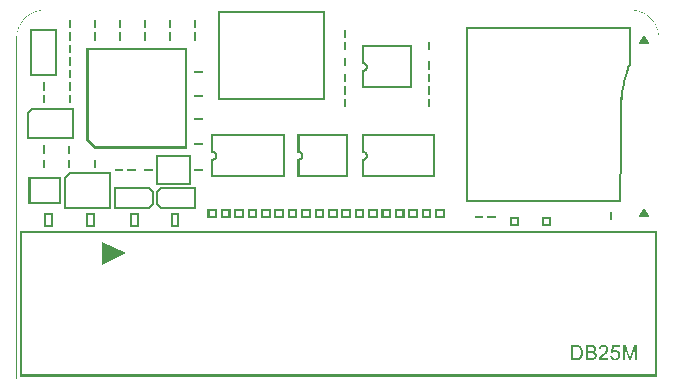
<source format=gto>
%FSLAX46Y46*%
%MOMM*%
%LPD*%
G01*
%ADD10C,0.050000*%
D10*
%LPD*%
%LPD*%
G36*
X0055533382Y0034328643D02*
G01*
X0055594776Y0034327086D01*
X0055655821Y0034323990D01*
X0055716462Y0034319373D01*
X0055776679Y0034313255D01*
X0055836452Y0034305654D01*
X0055895763Y0034296588D01*
X0055954592Y0034286077D01*
X0056012921Y0034274139D01*
X0056070729Y0034260793D01*
X0056127999Y0034246058D01*
X0056184710Y0034229951D01*
X0056240844Y0034212493D01*
X0056296382Y0034193702D01*
X0056351304Y0034173596D01*
X0056405592Y0034152195D01*
X0056459227Y0034129516D01*
X0056512189Y0034105580D01*
X0056564461Y0034080403D01*
X0056616021Y0034054007D01*
X0056666853Y0034026408D01*
X0056716936Y0033997626D01*
X0056766253Y0033967679D01*
X0056814783Y0033936587D01*
X0056862508Y0033904368D01*
X0056909409Y0033871040D01*
X0056955468Y0033836622D01*
X0057000665Y0033801134D01*
X0057044981Y0033764593D01*
X0057088398Y0033727019D01*
X0057130896Y0033688429D01*
X0057172458Y0033648844D01*
X0057213063Y0033608280D01*
X0057252692Y0033566758D01*
X0057291328Y0033524296D01*
X0057328951Y0033480911D01*
X0057365542Y0033436624D01*
X0057401082Y0033391453D01*
X0057435553Y0033345416D01*
X0057468935Y0033298531D01*
X0057501209Y0033250819D01*
X0057532357Y0033202297D01*
X0057562359Y0033152983D01*
X0057591197Y0033102898D01*
X0057618851Y0033052059D01*
X0057645303Y0033000485D01*
X0057670533Y0032948195D01*
X0057694523Y0032895207D01*
X0057717254Y0032841541D01*
X0057738706Y0032787214D01*
X0057758861Y0032732247D01*
X0057777700Y0032676657D01*
X0057795203Y0032620463D01*
X0057811351Y0032563685D01*
X0057826127Y0032506340D01*
X0057839510Y0032448449D01*
X0057851482Y0032390029D01*
X0057862023Y0032331101D01*
X0057871116Y0032271681D01*
X0057878740Y0032211791D01*
X0057884877Y0032151448D01*
X0057889508Y0032090671D01*
X0057892614Y0032029480D01*
X0057894176Y0031967931D01*
X0057894307Y0031936980D01*
X0057894307Y0003069164D01*
X0057897835Y0003069164D01*
X0057897835Y0003033886D01*
X0030684164Y0003033886D01*
X0030684164Y0003069164D01*
X0057859029Y0003069164D01*
X0057859029Y0031936901D01*
X0057858900Y0031967410D01*
X0057857359Y0032028138D01*
X0057854299Y0032088436D01*
X0057849735Y0032148323D01*
X0057843688Y0032207778D01*
X0057836177Y0032266785D01*
X0057827219Y0032325326D01*
X0057816833Y0032383381D01*
X0057805039Y0032440935D01*
X0057791855Y0032497965D01*
X0057777299Y0032554457D01*
X0057761391Y0032610390D01*
X0057744148Y0032665749D01*
X0057725590Y0032720511D01*
X0057705734Y0032774662D01*
X0057684601Y0032828180D01*
X0057662208Y0032881051D01*
X0057638573Y0032933252D01*
X0057613717Y0032984768D01*
X0057587657Y0033035578D01*
X0057560411Y0033085666D01*
X0057531999Y0033135011D01*
X0057502439Y0033183597D01*
X0057471751Y0033231405D01*
X0057439951Y0033278415D01*
X0057407061Y0033324609D01*
X0057373097Y0033369970D01*
X0057338077Y0033414480D01*
X0057302023Y0033458117D01*
X0057264952Y0033500865D01*
X0057226882Y0033542705D01*
X0057187833Y0033583619D01*
X0057147822Y0033623589D01*
X0057106870Y0033662595D01*
X0057064995Y0033700618D01*
X0057022214Y0033737642D01*
X0056978547Y0033773648D01*
X0056934013Y0033808615D01*
X0056888631Y0033842528D01*
X0056842419Y0033875365D01*
X0056795395Y0033907112D01*
X0056747579Y0033937746D01*
X0056698990Y0033967251D01*
X0056649646Y0033995608D01*
X0056599564Y0034022800D01*
X0056548766Y0034048806D01*
X0056497269Y0034073609D01*
X0056445090Y0034097192D01*
X0056392252Y0034119533D01*
X0056338770Y0034140617D01*
X0056284663Y0034160424D01*
X0056229949Y0034178937D01*
X0056174652Y0034196135D01*
X0056118783Y0034212002D01*
X0056062364Y0034226519D01*
X0056005415Y0034239666D01*
X0055947951Y0034251427D01*
X0055889995Y0034261782D01*
X0055831560Y0034270714D01*
X0055772671Y0034278203D01*
X0055713339Y0034284231D01*
X0055653589Y0034288780D01*
X0055593435Y0034291831D01*
X0055532862Y0034293367D01*
X0055502435Y0034293496D01*
X0030684164Y0034293496D01*
X0030684164Y0034328774D01*
X0055502513Y0034328774D01*
G37*
G36*
X0030684164Y0034293496D02*
G01*
X0005866730Y0034293496D01*
X0005836222Y0034293367D01*
X0005775493Y0034291826D01*
X0005715196Y0034288765D01*
X0005655309Y0034284202D01*
X0005595853Y0034278155D01*
X0005536847Y0034270643D01*
X0005478306Y0034261685D01*
X0005420251Y0034251300D01*
X0005362697Y0034239505D01*
X0005305667Y0034226321D01*
X0005249174Y0034211765D01*
X0005193242Y0034195857D01*
X0005137882Y0034178614D01*
X0005083121Y0034160056D01*
X0005028969Y0034140201D01*
X0004975451Y0034119067D01*
X0004922581Y0034096674D01*
X0004870379Y0034073040D01*
X0004818864Y0034048183D01*
X0004768053Y0034022123D01*
X0004717966Y0033994877D01*
X0004668620Y0033966466D01*
X0004620034Y0033936906D01*
X0004572227Y0033906217D01*
X0004525216Y0033874418D01*
X0004479022Y0033841527D01*
X0004433661Y0033807563D01*
X0004389152Y0033772544D01*
X0004345514Y0033736490D01*
X0004302767Y0033699419D01*
X0004260926Y0033661349D01*
X0004220012Y0033622299D01*
X0004180042Y0033582289D01*
X0004141037Y0033541336D01*
X0004103013Y0033499461D01*
X0004065989Y0033456680D01*
X0004029984Y0033413013D01*
X0003995016Y0033368480D01*
X0003961104Y0033323097D01*
X0003928266Y0033276886D01*
X0003896520Y0033229861D01*
X0003865885Y0033182045D01*
X0003836380Y0033133457D01*
X0003808023Y0033084112D01*
X0003780831Y0033034030D01*
X0003754825Y0032983232D01*
X0003730022Y0032931736D01*
X0003706440Y0032879557D01*
X0003684098Y0032826719D01*
X0003663014Y0032773236D01*
X0003643207Y0032719130D01*
X0003624694Y0032664416D01*
X0003607497Y0032609119D01*
X0003591629Y0032553249D01*
X0003577113Y0032496831D01*
X0003563965Y0032439882D01*
X0003552204Y0032382417D01*
X0003541849Y0032324462D01*
X0003532917Y0032266026D01*
X0003525428Y0032207137D01*
X0003519400Y0032147806D01*
X0003514851Y0032088055D01*
X0003511800Y0032027901D01*
X0003510264Y0031967328D01*
X0003510136Y0031936901D01*
X0003510136Y0003069164D01*
X0030684164Y0003069164D01*
X0030684164Y0003033886D01*
X0003474858Y0003033886D01*
X0003474858Y0031936980D01*
X0003474988Y0031967849D01*
X0003476545Y0032029242D01*
X0003479641Y0032090288D01*
X0003484258Y0032150929D01*
X0003490376Y0032211145D01*
X0003497978Y0032270919D01*
X0003507043Y0032330229D01*
X0003517554Y0032389059D01*
X0003529492Y0032447387D01*
X0003542838Y0032505196D01*
X0003557574Y0032562465D01*
X0003573680Y0032619176D01*
X0003591138Y0032675310D01*
X0003609930Y0032730848D01*
X0003630035Y0032785771D01*
X0003651437Y0032840059D01*
X0003674115Y0032893694D01*
X0003698052Y0032946656D01*
X0003723228Y0032998927D01*
X0003749625Y0033050488D01*
X0003777223Y0033101319D01*
X0003806005Y0033151403D01*
X0003835952Y0033200719D01*
X0003867044Y0033249249D01*
X0003899264Y0033296974D01*
X0003932592Y0033343876D01*
X0003967009Y0033389934D01*
X0004002498Y0033435131D01*
X0004039038Y0033479448D01*
X0004076613Y0033522864D01*
X0004115202Y0033565363D01*
X0004154788Y0033606924D01*
X0004195351Y0033647529D01*
X0004236873Y0033687159D01*
X0004279336Y0033725795D01*
X0004322720Y0033763417D01*
X0004367007Y0033800008D01*
X0004412179Y0033835549D01*
X0004458216Y0033870019D01*
X0004505100Y0033903401D01*
X0004552813Y0033935675D01*
X0004601335Y0033966823D01*
X0004650648Y0033996825D01*
X0004700733Y0034025663D01*
X0004751572Y0034053317D01*
X0004803146Y0034079769D01*
X0004855437Y0034105000D01*
X0004908424Y0034128990D01*
X0004962091Y0034151720D01*
X0005016417Y0034173173D01*
X0005071385Y0034193327D01*
X0005126975Y0034212166D01*
X0005183168Y0034229669D01*
X0005239947Y0034245818D01*
X0005297291Y0034260593D01*
X0005355182Y0034273976D01*
X0005413602Y0034285948D01*
X0005472531Y0034296490D01*
X0005531950Y0034305582D01*
X0005591841Y0034313206D01*
X0005652184Y0034319343D01*
X0005712960Y0034323975D01*
X0005774151Y0034327081D01*
X0005835701Y0034328643D01*
X0005866652Y0034328774D01*
X0030684164Y0034328774D01*
G37*
%LPD*%
%LPD*%
G36*
X0057724974Y0003277302D02*
G01*
X0030741027Y0003277302D01*
X0030741027Y0003453691D01*
X0057548585Y0003453691D01*
X0057548585Y0015405791D01*
X0030741027Y0015405791D01*
X0030741027Y0015582180D01*
X0057724974Y0015582180D01*
G37*
G36*
X0030741027Y0015405791D02*
G01*
X0003933469Y0015405791D01*
X0003933469Y0003453691D01*
X0030741027Y0003453691D01*
X0030741027Y0003277302D01*
X0003757080Y0003277302D01*
X0003757080Y0015582180D01*
X0030741027Y0015582180D01*
G37*
%LPD*%
%LPD*%
G36*
X0017931678Y0022584812D02*
G01*
X0012981755Y0022584812D01*
X0012981755Y0022761201D01*
X0017755289Y0022761201D01*
X0017755289Y0030935054D01*
X0012981755Y0030935054D01*
X0012981755Y0031111443D01*
X0017931678Y0031111443D01*
G37*
G36*
X0012981755Y0030935054D02*
G01*
X0009581436Y0030935054D01*
X0009581436Y0023415093D01*
X0010235327Y0022761201D01*
X0012981755Y0022761201D01*
X0012981755Y0022584812D01*
X0010162265Y0022584812D01*
X0009405047Y0023342030D01*
X0009405047Y0031111443D01*
X0012981755Y0031111443D01*
G37*
%LPD*%
G36*
X0051119533Y0005906859D02*
G01*
X0051143718Y0005896896D01*
X0051166869Y0005885651D01*
X0051189069Y0005873042D01*
X0051210401Y0005858986D01*
X0051230947Y0005843400D01*
X0051240924Y0005834939D01*
X0051253354Y0005824245D01*
X0051276836Y0005801735D01*
X0051298664Y0005777840D01*
X0051318839Y0005752519D01*
X0051337359Y0005725730D01*
X0051354227Y0005697432D01*
X0051369440Y0005667583D01*
X0051383000Y0005636143D01*
X0051389091Y0005619745D01*
X0051394934Y0005603126D01*
X0051405496Y0005569040D01*
X0051414674Y0005533900D01*
X0051422426Y0005497664D01*
X0051428710Y0005460292D01*
X0051433484Y0005421742D01*
X0051436709Y0005381971D01*
X0051438342Y0005340940D01*
X0051438480Y0005319884D01*
X0051438149Y0005284496D01*
X0051434180Y0005217027D01*
X0051426243Y0005153527D01*
X0051414337Y0005093996D01*
X0051406730Y0005065884D01*
X0051398462Y0005038544D01*
X0051379114Y0004988108D01*
X0051357286Y0004942467D01*
X0051333969Y0004901291D01*
X0051322063Y0004882440D01*
X0051308724Y0004864250D01*
X0051280943Y0004831177D01*
X0051251838Y0004802073D01*
X0051221411Y0004776937D01*
X0051205647Y0004766023D01*
X0051189551Y0004755660D01*
X0051154990Y0004737140D01*
X0051117287Y0004721265D01*
X0051096783Y0004714677D01*
X0051096783Y0004887661D01*
X0051102735Y0004891259D01*
X0051127705Y0004910772D01*
X0051138619Y0004921245D01*
X0051145840Y0004928632D01*
X0051159710Y0004944507D01*
X0051172856Y0004961705D01*
X0051185238Y0004980225D01*
X0051196813Y0005000069D01*
X0051207541Y0005021236D01*
X0051217381Y0005043725D01*
X0051226290Y0005067538D01*
X0051230341Y0005079995D01*
X0051237948Y0005105572D01*
X0051249854Y0005161134D01*
X0051257792Y0005221988D01*
X0051261760Y0005288134D01*
X0051262091Y0005323412D01*
X0051261926Y0005348271D01*
X0051259941Y0005395276D01*
X0051255973Y0005439098D01*
X0051250020Y0005479819D01*
X0051242082Y0005517522D01*
X0051232160Y0005552290D01*
X0051220254Y0005584205D01*
X0051206363Y0005613351D01*
X0051198591Y0005626800D01*
X0051190571Y0005639864D01*
X0051173704Y0005664297D01*
X0051155844Y0005686621D01*
X0051136993Y0005706754D01*
X0051117149Y0005724613D01*
X0051096783Y0005739767D01*
X0051096783Y0005914739D01*
G37*
%LPD*%
G36*
X0050864445Y0005944080D02*
G01*
X0050929433Y0005941599D01*
X0050985657Y0005936969D01*
X0051033447Y0005930520D01*
X0051053952Y0005926661D01*
X0051067733Y0005923271D01*
X0051094232Y0005915623D01*
X0051096783Y0005914739D01*
X0051096783Y0005739767D01*
X0051096313Y0005740116D01*
X0051074485Y0005753180D01*
X0051051665Y0005763722D01*
X0051039841Y0005767911D01*
X0051031049Y0005771136D01*
X0051011516Y0005776779D01*
X0050978050Y0005783621D01*
X0050924472Y0005789574D01*
X0050860807Y0005792385D01*
X0050824647Y0005792606D01*
X0050560064Y0005792606D01*
X0050560064Y0004829523D01*
X0050831703Y0004829523D01*
X0050862791Y0004829744D01*
X0050918519Y0004832555D01*
X0050966805Y0004838508D01*
X0050998121Y0004845350D01*
X0051016993Y0004850993D01*
X0051025730Y0004854218D01*
X0051042708Y0004859840D01*
X0051074292Y0004874061D01*
X0051096783Y0004887661D01*
X0051096783Y0004714677D01*
X0051076111Y0004708036D01*
X0051053952Y0004702523D01*
X0051031242Y0004697452D01*
X0050983617Y0004689515D01*
X0050933347Y0004684223D01*
X0050880430Y0004681577D01*
X0050852869Y0004681357D01*
X0050394259Y0004681357D01*
X0050394259Y0005944300D01*
X0050828175Y0005944300D01*
G37*
%LPD*%
G36*
X0052330759Y0005918290D02*
G01*
X0052354902Y0005910042D01*
X0052366285Y0005905494D01*
X0052377391Y0005900754D01*
X0052398289Y0005890171D01*
X0052417720Y0005878264D01*
X0052435806Y0005865035D01*
X0052452674Y0005850483D01*
X0052468445Y0005834608D01*
X0052483245Y0005817410D01*
X0052497198Y0005798890D01*
X0052503868Y0005789078D01*
X0052509711Y0005779129D01*
X0052520273Y0005758975D01*
X0052529451Y0005738552D01*
X0052537202Y0005717902D01*
X0052543486Y0005697066D01*
X0052548261Y0005676086D01*
X0052551486Y0005655002D01*
X0052553119Y0005633856D01*
X0052553257Y0005623273D01*
X0052553146Y0005613351D01*
X0052551823Y0005593548D01*
X0052549178Y0005573870D01*
X0052545209Y0005554398D01*
X0052539917Y0005535216D01*
X0052533303Y0005516406D01*
X0052525365Y0005498050D01*
X0052516105Y0005480232D01*
X0052510923Y0005471578D01*
X0052505494Y0005463034D01*
X0052493278Y0005446498D01*
X0052479470Y0005430623D01*
X0052464111Y0005415409D01*
X0052447244Y0005400857D01*
X0052428909Y0005386967D01*
X0052398916Y0005367288D01*
X0052376868Y0005355162D01*
X0052391255Y0005351055D01*
X0052418416Y0005341485D01*
X0052443716Y0005330323D01*
X0052467239Y0005317610D01*
X0052489068Y0005303389D01*
X0052509283Y0005287700D01*
X0052527970Y0005270585D01*
X0052545209Y0005252085D01*
X0052553257Y0005242273D01*
X0052561001Y0005232268D01*
X0052574602Y0005211432D01*
X0052586013Y0005189604D01*
X0052595314Y0005166784D01*
X0052602590Y0005142972D01*
X0052607923Y0005118167D01*
X0052611396Y0005092370D01*
X0052613091Y0005065581D01*
X0052613229Y0005051773D01*
X0052612788Y0005029504D01*
X0052607661Y0004986840D01*
X0052597740Y0004945830D01*
X0052583353Y0004905811D01*
X0052574423Y0004885968D01*
X0052564942Y0004867778D01*
X0052543941Y0004834705D01*
X0052520790Y0004805601D01*
X0052495820Y0004780465D01*
X0052482701Y0004769551D01*
X0052469031Y0004759188D01*
X0052437777Y0004740667D01*
X0052402720Y0004724792D01*
X0052364851Y0004711563D01*
X0052345118Y0004706051D01*
X0052323620Y0004700980D01*
X0052310794Y0004698789D01*
X0052310794Y0004850838D01*
X0052321526Y0004854714D01*
X0052342693Y0004865462D01*
X0052352173Y0004871857D01*
X0052361324Y0004878581D01*
X0052378521Y0004893464D01*
X0052394396Y0004910662D01*
X0052408949Y0004930837D01*
X0052415673Y0004942412D01*
X0052421957Y0004954429D01*
X0052431383Y0004979564D01*
X0052437336Y0005006022D01*
X0052440147Y0005033803D01*
X0052440368Y0005048245D01*
X0052440037Y0005065333D01*
X0052435903Y0005098240D01*
X0052427304Y0005129329D01*
X0052417568Y0005151178D01*
X0052409610Y0005165048D01*
X0052405090Y0005171717D01*
X0052395609Y0005184616D01*
X0052374277Y0005207105D01*
X0052349803Y0005225626D01*
X0052321857Y0005240178D01*
X0052310794Y0005244180D01*
X0052310794Y0005447863D01*
X0052321884Y0005454725D01*
X0052332798Y0005463220D01*
X0052342720Y0005472729D01*
X0052351650Y0005483374D01*
X0052355701Y0005489217D01*
X0052363308Y0005500131D01*
X0052375214Y0005524936D01*
X0052383152Y0005552717D01*
X0052387120Y0005582813D01*
X0052387451Y0005598578D01*
X0052387120Y0005614233D01*
X0052383317Y0005643502D01*
X0052376041Y0005670622D01*
X0052365623Y0005695923D01*
X0052359229Y0005707939D01*
X0052351071Y0005719515D01*
X0052332550Y0005739524D01*
X0052311384Y0005756060D01*
X0052310794Y0005756392D01*
X0052310794Y0005923857D01*
G37*
%LPD*%
G36*
X0052151173Y0005944190D02*
G01*
X0052185238Y0005942888D01*
X0052217649Y0005940324D01*
X0052248407Y0005936542D01*
X0052277511Y0005931581D01*
X0052304962Y0005925483D01*
X0052310794Y0005923857D01*
X0052310794Y0005756392D01*
X0052287571Y0005769455D01*
X0052274562Y0005774967D01*
X0052259239Y0005778825D01*
X0052220874Y0005785275D01*
X0052173249Y0005789905D01*
X0052116364Y0005792385D01*
X0052084063Y0005792606D01*
X0051833591Y0005792606D01*
X0051833591Y0005411606D01*
X0052101701Y0005411606D01*
X0052128821Y0005411716D01*
X0052176446Y0005413205D01*
X0052216134Y0005416512D01*
X0052247884Y0005421969D01*
X0052260451Y0005425717D01*
X0052275996Y0005431119D01*
X0052303777Y0005443521D01*
X0052310794Y0005447863D01*
X0052310794Y0005244180D01*
X0052306312Y0005245801D01*
X0052289776Y0005250872D01*
X0052250419Y0005258809D01*
X0052204117Y0005264101D01*
X0052151531Y0005266747D01*
X0052122868Y0005266967D01*
X0051830063Y0005266967D01*
X0051830063Y0004829523D01*
X0052144035Y0004829523D01*
X0052181958Y0004829964D01*
X0052238844Y0004833933D01*
X0052256923Y0004836579D01*
X0052271255Y0004839335D01*
X0052297713Y0004846115D01*
X0052310794Y0004850838D01*
X0052310794Y0004698789D01*
X0052277153Y0004693042D01*
X0052226221Y0004687751D01*
X0052170493Y0004685105D01*
X0052140507Y0004684885D01*
X0051660730Y0004684885D01*
X0051660730Y0005944300D01*
X0052133451Y0005944300D01*
G37*
%LPD*%
G36*
X0053221163Y0005951108D02*
G01*
X0053264117Y0005948090D01*
X0053304962Y0005941971D01*
X0053343616Y0005932669D01*
X0053379996Y0005920102D01*
X0053414020Y0005904185D01*
X0053445604Y0005884838D01*
X0053474667Y0005861976D01*
X0053488117Y0005849050D01*
X0053501070Y0005835738D01*
X0053524221Y0005808246D01*
X0053544065Y0005779638D01*
X0053560602Y0005749831D01*
X0053573831Y0005718743D01*
X0053583753Y0005686290D01*
X0053590367Y0005652390D01*
X0053593674Y0005616961D01*
X0053593950Y0005598578D01*
X0053593619Y0005580057D01*
X0053589651Y0005543016D01*
X0053581713Y0005505974D01*
X0053569807Y0005468932D01*
X0053562200Y0005450412D01*
X0053553822Y0005431891D01*
X0053532820Y0005394518D01*
X0053507023Y0005356154D01*
X0053476762Y0005316136D01*
X0053459895Y0005295190D01*
X0053440492Y0005274684D01*
X0053392536Y0005227059D01*
X0053333005Y0005171497D01*
X0053261237Y0005107997D01*
X0053220006Y0005072940D01*
X0053155183Y0005017818D01*
X0053065225Y0004938443D01*
X0053040089Y0004914190D01*
X0053029727Y0004903607D01*
X0053011040Y0004882440D01*
X0052994504Y0004861273D01*
X0052979787Y0004840107D01*
X0052973062Y0004829523D01*
X0053597478Y0004829523D01*
X0053597478Y0004681357D01*
X0052761395Y0004681357D01*
X0052761505Y0004695799D01*
X0052763159Y0004723745D01*
X0052767128Y0004750865D01*
X0052774073Y0004777489D01*
X0052779034Y0004790718D01*
X0052787413Y0004811884D01*
X0052808414Y0004854218D01*
X0052834211Y0004896551D01*
X0052864472Y0004938884D01*
X0052881340Y0004960051D01*
X0052899199Y0004981438D01*
X0052941532Y0005026417D01*
X0052991803Y0005074042D01*
X0053050011Y0005124313D01*
X0053082423Y0005150551D01*
X0053132583Y0005192112D01*
X0053218738Y0005267684D01*
X0053271861Y0005318327D01*
X0053302475Y0005349601D01*
X0053329016Y0005378788D01*
X0053351526Y0005405929D01*
X0053361117Y0005418662D01*
X0053370184Y0005431174D01*
X0053386390Y0005455689D01*
X0053400281Y0005479667D01*
X0053411856Y0005503190D01*
X0053421117Y0005526341D01*
X0053428062Y0005549203D01*
X0053432692Y0005571858D01*
X0053435007Y0005594389D01*
X0053435200Y0005605634D01*
X0053435035Y0005616823D01*
X0053433030Y0005638631D01*
X0053428978Y0005659715D01*
X0053422839Y0005680034D01*
X0053414571Y0005699547D01*
X0053404132Y0005718212D01*
X0053391482Y0005735989D01*
X0053376578Y0005752836D01*
X0053368172Y0005760856D01*
X0053360097Y0005768628D01*
X0053342610Y0005782518D01*
X0053323593Y0005794425D01*
X0053303129Y0005804347D01*
X0053281301Y0005812284D01*
X0053258191Y0005818237D01*
X0053233883Y0005822206D01*
X0053208458Y0005824190D01*
X0053195312Y0005824356D01*
X0053181531Y0005824190D01*
X0053155073Y0005822185D01*
X0053129937Y0005818134D01*
X0053106125Y0005811995D01*
X0053083635Y0005803726D01*
X0053062469Y0005793288D01*
X0053042625Y0005780637D01*
X0053024104Y0005765734D01*
X0053015395Y0005757328D01*
X0053006989Y0005748619D01*
X0052992086Y0005730057D01*
X0052979435Y0005710048D01*
X0052968997Y0005688509D01*
X0052960728Y0005665358D01*
X0052954589Y0005640512D01*
X0052950538Y0005613888D01*
X0052948533Y0005585404D01*
X0052948367Y0005570356D01*
X0052789617Y0005587995D01*
X0052791850Y0005610236D01*
X0052798774Y0005652280D01*
X0052808614Y0005691472D01*
X0052821326Y0005727893D01*
X0052836870Y0005761627D01*
X0052855205Y0005792757D01*
X0052876289Y0005821365D01*
X0052900081Y0005847534D01*
X0052913090Y0005859633D01*
X0052926512Y0005871264D01*
X0052955285Y0005891811D01*
X0052986374Y0005909174D01*
X0053019777Y0005923437D01*
X0053055496Y0005934681D01*
X0053093530Y0005942991D01*
X0053133879Y0005948448D01*
X0053176543Y0005951135D01*
X0053198839Y0005951356D01*
G37*
%LPD*%
G36*
X0054546449Y0005771439D02*
G01*
X0054041977Y0005771439D01*
X0053974950Y0005432773D01*
X0053988895Y0005442474D01*
X0054017317Y0005459693D01*
X0054046339Y0005474327D01*
X0054075918Y0005486420D01*
X0054106015Y0005496011D01*
X0054136587Y0005503142D01*
X0054167592Y0005507855D01*
X0054198991Y0005510191D01*
X0054214838Y0005510384D01*
X0054235233Y0005510081D01*
X0054274879Y0005506463D01*
X0054313079Y0005499270D01*
X0054349748Y0005488542D01*
X0054384805Y0005474321D01*
X0054418168Y0005456647D01*
X0054449752Y0005435563D01*
X0054479477Y0005411110D01*
X0054493533Y0005397495D01*
X0054507148Y0005382778D01*
X0054531601Y0005351710D01*
X0054552685Y0005318719D01*
X0054570358Y0005283848D01*
X0054584579Y0005247137D01*
X0054595307Y0005208628D01*
X0054602501Y0005168362D01*
X0054606118Y0005126380D01*
X0054606421Y0005104690D01*
X0054606173Y0005083633D01*
X0054603176Y0005042623D01*
X0054597140Y0005002935D01*
X0054588025Y0004964571D01*
X0054575788Y0004927529D01*
X0054560388Y0004891811D01*
X0054541784Y0004857415D01*
X0054519936Y0004824342D01*
X0054507644Y0004808357D01*
X0054492210Y0004789588D01*
X0054467557Y0004764212D01*
X0054450336Y0004748727D01*
X0054432436Y0004734465D01*
X0054413850Y0004721419D01*
X0054394575Y0004709585D01*
X0054374605Y0004698958D01*
X0054353934Y0004689532D01*
X0054332558Y0004681302D01*
X0054310472Y0004674264D01*
X0054287669Y0004668412D01*
X0054252204Y0004661699D01*
X0054202243Y0004657048D01*
X0054176033Y0004656662D01*
X0054154398Y0004656910D01*
X0054113015Y0004659887D01*
X0054073824Y0004665840D01*
X0054036741Y0004674770D01*
X0054001684Y0004686676D01*
X0053968569Y0004701559D01*
X0053937315Y0004719418D01*
X0053907839Y0004740254D01*
X0053893811Y0004751912D01*
X0053879534Y0004764618D01*
X0053853717Y0004791427D01*
X0053831145Y0004819953D01*
X0053811776Y0004850235D01*
X0053795571Y0004882316D01*
X0053782486Y0004916236D01*
X0053772482Y0004952038D01*
X0053765516Y0004989761D01*
X0053763283Y0005009440D01*
X0053925561Y0005023551D01*
X0053927683Y0005009137D01*
X0053933305Y0004981686D01*
X0053940581Y0004955889D01*
X0053949511Y0004931746D01*
X0053960094Y0004909256D01*
X0053972331Y0004888421D01*
X0053986222Y0004869238D01*
X0054001766Y0004851710D01*
X0054010227Y0004843634D01*
X0054018248Y0004836496D01*
X0054035115Y0004823618D01*
X0054052974Y0004812456D01*
X0054071826Y0004803051D01*
X0054091669Y0004795444D01*
X0054112505Y0004789677D01*
X0054134333Y0004785791D01*
X0054157154Y0004783828D01*
X0054168977Y0004783662D01*
X0054182785Y0004783883D01*
X0054209574Y0004786529D01*
X0054235371Y0004791820D01*
X0054260176Y0004799758D01*
X0054283988Y0004810341D01*
X0054306809Y0004823570D01*
X0054328637Y0004839445D01*
X0054349473Y0004857966D01*
X0054359477Y0004868329D01*
X0054369178Y0004879050D01*
X0054386397Y0004901870D01*
X0054401032Y0004926344D01*
X0054413124Y0004952472D01*
X0054422715Y0004980253D01*
X0054429847Y0005009688D01*
X0054434559Y0005040776D01*
X0054436895Y0005073518D01*
X0054437088Y0005090579D01*
X0054436895Y0005106977D01*
X0054434580Y0005138376D01*
X0054429950Y0005168059D01*
X0054423005Y0005195985D01*
X0054413744Y0005222112D01*
X0054402169Y0005246400D01*
X0054388278Y0005268807D01*
X0054372072Y0005289292D01*
X0054363005Y0005298717D01*
X0054353607Y0005308419D01*
X0054333474Y0005325637D01*
X0054311811Y0005340272D01*
X0054288701Y0005352364D01*
X0054264227Y0005361955D01*
X0054238472Y0005369087D01*
X0054211517Y0005373800D01*
X0054183447Y0005376135D01*
X0054168977Y0005376328D01*
X0054150567Y0005375998D01*
X0054115013Y0005371863D01*
X0054081279Y0005363265D01*
X0054057446Y0005353529D01*
X0054042253Y0005345571D01*
X0054034922Y0005341051D01*
X0054020590Y0005332782D01*
X0053994132Y0005313269D01*
X0053970319Y0005290780D01*
X0053949153Y0005265975D01*
X0053939672Y0005252856D01*
X0053795033Y0005270495D01*
X0053918505Y0005919606D01*
X0054546449Y0005919606D01*
G37*
%LPD*%
G36*
X0055354309Y0005051773D02*
G01*
X0055374594Y0004991360D01*
X0055398241Y0004919922D01*
X0055409982Y0004881227D01*
X0055414282Y0004864801D01*
X0055425747Y0004901843D01*
X0055458820Y0005002384D01*
X0055481309Y0005065884D01*
X0055784698Y0005944300D01*
X0056010476Y0005944300D01*
X0056010476Y0004681357D01*
X0055848198Y0004681357D01*
X0055848198Y0005739689D01*
X0055481309Y0004681357D01*
X0055329615Y0004681357D01*
X0054962727Y0005757328D01*
X0054962727Y0004681357D01*
X0054803977Y0004681357D01*
X0054803977Y0005944300D01*
X0055054449Y0005944300D01*
G37*
%LPD*%
G36*
X0012745849Y0013708932D02*
G01*
X0010745601Y0012710571D01*
X0010745601Y0014710820D01*
G37*
%LPD*%
%LPD*%
G36*
X0011475850Y0017466011D02*
G01*
X0009177500Y0017466011D01*
X0009177500Y0017642400D01*
X0011299462Y0017642400D01*
X0011299462Y0020443453D01*
X0009177500Y0020443453D01*
X0009177500Y0020619842D01*
X0011475850Y0020619842D01*
G37*
G36*
X0009177500Y0020443453D02*
G01*
X0007978035Y0020443453D01*
X0007655271Y0020114598D01*
X0007655271Y0017642400D01*
X0009177500Y0017642400D01*
X0009177500Y0017466011D01*
X0007478882Y0017466011D01*
X0007478882Y0020186697D01*
X0007904005Y0020619842D01*
X0009177500Y0020619842D01*
G37*
%LPD*%
%LPD*%
G36*
X0010121185Y0015973763D02*
G01*
X0009747241Y0015973763D01*
X0009747241Y0016150152D01*
X0009944796Y0016150152D01*
X0009944796Y0016972123D01*
X0009747241Y0016972123D01*
X0009747241Y0017148512D01*
X0010121185Y0017148512D01*
G37*
G36*
X0009747241Y0016972123D02*
G01*
X0009549686Y0016972123D01*
X0009549686Y0016150152D01*
X0009747241Y0016150152D01*
X0009747241Y0015973763D01*
X0009373297Y0015973763D01*
X0009373297Y0017148512D01*
X0009747241Y0017148512D01*
G37*
%LPD*%
%LPD*%
G36*
X0055541282Y0029796092D02*
G01*
X0055526536Y0029766344D01*
X0055481543Y0029666226D01*
X0055436235Y0029557880D01*
X0055380199Y0029414568D01*
X0055315831Y0029237307D01*
X0055263420Y0029081759D01*
X0055227270Y0028968759D01*
X0055190345Y0028847735D01*
X0055152966Y0028718891D01*
X0055115430Y0028582353D01*
X0055078032Y0028438234D01*
X0055041066Y0028286658D01*
X0055004826Y0028127735D01*
X0054969607Y0027961586D01*
X0054935705Y0027788334D01*
X0054903412Y0027608085D01*
X0054873024Y0027420969D01*
X0054844836Y0027227096D01*
X0054819141Y0027026585D01*
X0054796234Y0026819554D01*
X0054776408Y0026606118D01*
X0054759960Y0026386398D01*
X0054747182Y0026160506D01*
X0054738369Y0025928564D01*
X0054733813Y0025690541D01*
X0054733421Y0025569149D01*
X0054733173Y0025061188D01*
X0054730568Y0023914198D01*
X0054723498Y0022058879D01*
X0054705638Y0018734601D01*
X0054701092Y0018044567D01*
X0054054610Y0018044567D01*
X0054054610Y0018220955D01*
X0054525862Y0018220955D01*
X0054529253Y0018735661D01*
X0054547111Y0022059687D01*
X0054554180Y0023914728D01*
X0054556784Y0025061435D01*
X0054557033Y0025569473D01*
X0054557430Y0025692514D01*
X0054562045Y0025933600D01*
X0054570983Y0026168837D01*
X0054583943Y0026397963D01*
X0054600630Y0026620861D01*
X0054620744Y0026837411D01*
X0054643989Y0027047496D01*
X0054670067Y0027250998D01*
X0054698682Y0027447798D01*
X0054729534Y0027637779D01*
X0054762328Y0027820824D01*
X0054796766Y0027996815D01*
X0054832551Y0028165634D01*
X0054869386Y0028327163D01*
X0054906973Y0028481287D01*
X0054945015Y0028627886D01*
X0054983216Y0028766845D01*
X0055021279Y0028898046D01*
X0055058907Y0029021371D01*
X0055095832Y0029136797D01*
X0055149333Y0029295579D01*
X0055215138Y0029476797D01*
X0055272708Y0029624031D01*
X0055319704Y0029736415D01*
X0055364893Y0029836968D01*
X0055364893Y0032713053D01*
X0054054610Y0032713053D01*
X0054054610Y0032889442D01*
X0055541282Y0032889442D01*
G37*
G36*
X0054054610Y0032713053D02*
G01*
X0041694767Y0032713053D01*
X0041694767Y0018220955D01*
X0054054610Y0018220955D01*
X0054054610Y0018044567D01*
X0041518378Y0018044567D01*
X0041518378Y0032889442D01*
X0054054610Y0032889442D01*
G37*
%LPD*%
G36*
X0056913586Y0031503026D02*
G01*
X0056268003Y0031503026D01*
X0056585503Y0032042776D01*
G37*
%LPD*%
%ADD11C,0.152757*%
D11*
X0056585503Y0032042776D02*
G01*
X0056913586Y0031503026D01*
X0056268003Y0031503026D01*
X0056585503Y0032042776D01*
%LPD*%
%LPD*%
G36*
X0026186670Y0020164759D02*
G01*
X0020671363Y0020164759D01*
X0020671363Y0020341148D01*
X0026010281Y0020341148D01*
X0026010281Y0023611395D01*
X0020671363Y0023611395D01*
X0020671363Y0023787783D01*
X0026186670Y0023787783D01*
G37*
G36*
X0020671363Y0023611395D02*
G01*
X0020157703Y0023611395D01*
X0020157703Y0022381254D01*
X0020174478Y0022377831D01*
X0020214003Y0022365564D01*
X0020251744Y0022349629D01*
X0020287474Y0022330245D01*
X0020320979Y0022307629D01*
X0020352060Y0022281990D01*
X0020380519Y0022253531D01*
X0020406158Y0022222450D01*
X0020428775Y0022188944D01*
X0020448159Y0022153215D01*
X0020464094Y0022115474D01*
X0020476360Y0022075949D01*
X0020484740Y0022034887D01*
X0020488950Y0021993304D01*
X0020489327Y0021970980D01*
X0020488950Y0021948655D01*
X0020484740Y0021907072D01*
X0020476360Y0021866010D01*
X0020464094Y0021826485D01*
X0020448159Y0021788744D01*
X0020428775Y0021753015D01*
X0020406158Y0021719509D01*
X0020380519Y0021688428D01*
X0020352060Y0021659969D01*
X0020320979Y0021634330D01*
X0020287474Y0021611714D01*
X0020251744Y0021592330D01*
X0020214003Y0021576395D01*
X0020174478Y0021564128D01*
X0020157703Y0021560705D01*
X0020157703Y0020341148D01*
X0020671363Y0020341148D01*
X0020671363Y0020164759D01*
X0019981315Y0020164759D01*
X0019981315Y0021726086D01*
X0020081442Y0021727777D01*
X0020106832Y0021730348D01*
X0020130593Y0021735197D01*
X0020153410Y0021742278D01*
X0020175201Y0021751478D01*
X0020195861Y0021762687D01*
X0020215272Y0021775789D01*
X0020233304Y0021790664D01*
X0020249824Y0021807184D01*
X0020264699Y0021825217D01*
X0020277802Y0021844628D01*
X0020289010Y0021865288D01*
X0020298211Y0021887078D01*
X0020305292Y0021909895D01*
X0020310141Y0021933657D01*
X0020312711Y0021959046D01*
X0020312913Y0021970980D01*
X0020312711Y0021982913D01*
X0020310141Y0022008302D01*
X0020305292Y0022032064D01*
X0020298211Y0022054881D01*
X0020289010Y0022076671D01*
X0020277802Y0022097331D01*
X0020264699Y0022116742D01*
X0020249824Y0022134775D01*
X0020233304Y0022151295D01*
X0020215272Y0022166170D01*
X0020195861Y0022179272D01*
X0020175201Y0022190481D01*
X0020153410Y0022199681D01*
X0020130593Y0022206762D01*
X0020106832Y0022211611D01*
X0020081442Y0022214182D01*
X0019981315Y0022215873D01*
X0019981315Y0023787783D01*
X0020671363Y0023787783D01*
G37*
%LPD*%
%LPD*%
G36*
X0038936047Y0020164759D02*
G01*
X0033420740Y0020164759D01*
X0033420740Y0020341148D01*
X0038759658Y0020341148D01*
X0038759658Y0023611395D01*
X0033420740Y0023611395D01*
X0033420740Y0023787783D01*
X0038936047Y0023787783D01*
G37*
G36*
X0033420740Y0023611395D02*
G01*
X0032907080Y0023611395D01*
X0032907080Y0022381254D01*
X0032923855Y0022377831D01*
X0032963380Y0022365564D01*
X0033001121Y0022349629D01*
X0033036851Y0022330245D01*
X0033070356Y0022307629D01*
X0033101437Y0022281990D01*
X0033129896Y0022253531D01*
X0033155535Y0022222450D01*
X0033178152Y0022188944D01*
X0033197536Y0022153215D01*
X0033213471Y0022115474D01*
X0033225737Y0022075949D01*
X0033234117Y0022034887D01*
X0033238327Y0021993304D01*
X0033238704Y0021970980D01*
X0033238327Y0021948655D01*
X0033234117Y0021907072D01*
X0033225737Y0021866010D01*
X0033213471Y0021826485D01*
X0033197536Y0021788744D01*
X0033178152Y0021753015D01*
X0033155535Y0021719509D01*
X0033129896Y0021688428D01*
X0033101437Y0021659969D01*
X0033070356Y0021634330D01*
X0033036851Y0021611714D01*
X0033001121Y0021592330D01*
X0032963380Y0021576395D01*
X0032923855Y0021564128D01*
X0032907080Y0021560705D01*
X0032907080Y0020341148D01*
X0033420740Y0020341148D01*
X0033420740Y0020164759D01*
X0032730692Y0020164759D01*
X0032730692Y0021726086D01*
X0032830819Y0021727777D01*
X0032856209Y0021730348D01*
X0032879970Y0021735197D01*
X0032902787Y0021742278D01*
X0032924578Y0021751478D01*
X0032945238Y0021762687D01*
X0032964649Y0021775789D01*
X0032982681Y0021790664D01*
X0032999201Y0021807184D01*
X0033014076Y0021825217D01*
X0033027179Y0021844628D01*
X0033038387Y0021865288D01*
X0033047588Y0021887078D01*
X0033054669Y0021909895D01*
X0033059518Y0021933657D01*
X0033062088Y0021959046D01*
X0033062290Y0021970980D01*
X0033062088Y0021982913D01*
X0033059518Y0022008302D01*
X0033054669Y0022032064D01*
X0033047588Y0022054881D01*
X0033038387Y0022076671D01*
X0033027179Y0022097331D01*
X0033014076Y0022116742D01*
X0032999201Y0022134775D01*
X0032982681Y0022151295D01*
X0032964649Y0022166170D01*
X0032945238Y0022179272D01*
X0032924578Y0022190481D01*
X0032902787Y0022199681D01*
X0032879970Y0022206762D01*
X0032856209Y0022211611D01*
X0032830819Y0022214182D01*
X0032730692Y0022215873D01*
X0032730692Y0023787783D01*
X0033420740Y0023787783D01*
G37*
%LPD*%
%LPD*%
G36*
X0008332603Y0023364450D02*
G01*
X0006040506Y0023364450D01*
X0006040506Y0023540839D01*
X0008156215Y0023540839D01*
X0008156215Y0025876226D01*
X0006040506Y0025876226D01*
X0006040506Y0026052615D01*
X0008332603Y0026052615D01*
G37*
G36*
X0006040506Y0025876226D02*
G01*
X0004830777Y0025876226D01*
X0004529662Y0025575111D01*
X0004529662Y0023540839D01*
X0006040506Y0023540839D01*
X0006040506Y0023364450D01*
X0004353274Y0023364450D01*
X0004353274Y0025648174D01*
X0004757714Y0026052615D01*
X0006040506Y0026052615D01*
G37*
%LPD*%
%LPD*%
G36*
X0031517137Y0020164759D02*
G01*
X0027847864Y0020164759D01*
X0027847864Y0020341148D01*
X0031340749Y0020341148D01*
X0031340749Y0023611395D01*
X0027847864Y0023611395D01*
X0027847864Y0023787783D01*
X0031517137Y0023787783D01*
G37*
G36*
X0027847864Y0023611395D02*
G01*
X0027446086Y0023611395D01*
X0027446086Y0022381254D01*
X0027462860Y0022377831D01*
X0027502386Y0022365564D01*
X0027540127Y0022349629D01*
X0027575856Y0022330245D01*
X0027609361Y0022307629D01*
X0027640442Y0022281990D01*
X0027668901Y0022253531D01*
X0027694540Y0022222450D01*
X0027717157Y0022188944D01*
X0027736541Y0022153215D01*
X0027752476Y0022115474D01*
X0027764742Y0022075949D01*
X0027773122Y0022034887D01*
X0027777332Y0021993304D01*
X0027777709Y0021970980D01*
X0027777332Y0021948655D01*
X0027773122Y0021907072D01*
X0027764742Y0021866010D01*
X0027752476Y0021826485D01*
X0027736541Y0021788744D01*
X0027717157Y0021753015D01*
X0027694540Y0021719509D01*
X0027668901Y0021688428D01*
X0027640442Y0021659969D01*
X0027609361Y0021634330D01*
X0027575856Y0021611714D01*
X0027540127Y0021592330D01*
X0027502386Y0021576395D01*
X0027462860Y0021564128D01*
X0027446086Y0021560705D01*
X0027446086Y0020341148D01*
X0027847864Y0020341148D01*
X0027847864Y0020164759D01*
X0027269697Y0020164759D01*
X0027269697Y0021726086D01*
X0027369825Y0021727777D01*
X0027395214Y0021730348D01*
X0027418975Y0021735197D01*
X0027441792Y0021742278D01*
X0027463583Y0021751478D01*
X0027484243Y0021762687D01*
X0027503654Y0021775789D01*
X0027521686Y0021790664D01*
X0027538206Y0021807184D01*
X0027553081Y0021825217D01*
X0027566184Y0021844628D01*
X0027577392Y0021865288D01*
X0027586593Y0021887078D01*
X0027593674Y0021909895D01*
X0027598523Y0021933657D01*
X0027601093Y0021959046D01*
X0027601295Y0021970980D01*
X0027601093Y0021982913D01*
X0027598523Y0022008302D01*
X0027593674Y0022032064D01*
X0027586593Y0022054881D01*
X0027577392Y0022076671D01*
X0027566184Y0022097331D01*
X0027553081Y0022116742D01*
X0027538206Y0022134775D01*
X0027521686Y0022151295D01*
X0027503654Y0022166170D01*
X0027484243Y0022179272D01*
X0027463583Y0022190481D01*
X0027441792Y0022199681D01*
X0027418975Y0022206762D01*
X0027395214Y0022211611D01*
X0027369825Y0022214182D01*
X0027269697Y0022215873D01*
X0027269697Y0023787783D01*
X0027847864Y0023787783D01*
G37*
%LPD*%
%LPD*%
G36*
X0038604436Y0016693429D02*
G01*
X0038193450Y0016693429D01*
X0038193450Y0016869818D01*
X0038428047Y0016869818D01*
X0038428047Y0017264928D01*
X0038193450Y0017264928D01*
X0038193450Y0017441317D01*
X0038604436Y0017441317D01*
G37*
G36*
X0038193450Y0017264928D02*
G01*
X0037958853Y0017264928D01*
X0037958853Y0016869818D01*
X0038193450Y0016869818D01*
X0038193450Y0016693429D01*
X0037782465Y0016693429D01*
X0037782465Y0017441317D01*
X0038193450Y0017441317D01*
G37*
%LPD*%
%LPD*%
G36*
X0039733324Y0016693429D02*
G01*
X0039322338Y0016693429D01*
X0039322338Y0016869818D01*
X0039556935Y0016869818D01*
X0039556935Y0017264928D01*
X0039322338Y0017264928D01*
X0039322338Y0017441317D01*
X0039733324Y0017441317D01*
G37*
G36*
X0039322338Y0017264928D02*
G01*
X0039087741Y0017264928D01*
X0039087741Y0016869818D01*
X0039322338Y0016869818D01*
X0039322338Y0016693429D01*
X0038911353Y0016693429D01*
X0038911353Y0017441317D01*
X0039322338Y0017441317D01*
G37*
%LPD*%
%LPD*%
G36*
X0036336077Y0016693429D02*
G01*
X0035925091Y0016693429D01*
X0035925091Y0016869818D01*
X0036159689Y0016869818D01*
X0036159689Y0017264928D01*
X0035925091Y0017264928D01*
X0035925091Y0017441317D01*
X0036336077Y0017441317D01*
G37*
G36*
X0035925091Y0017264928D02*
G01*
X0035690494Y0017264928D01*
X0035690494Y0016869818D01*
X0035925091Y0016869818D01*
X0035925091Y0016693429D01*
X0035514106Y0016693429D01*
X0035514106Y0017441317D01*
X0035925091Y0017441317D01*
G37*
%LPD*%
%LPD*%
G36*
X0037472021Y0016693429D02*
G01*
X0037061035Y0016693429D01*
X0037061035Y0016869818D01*
X0037295632Y0016869818D01*
X0037295632Y0017264928D01*
X0037061035Y0017264928D01*
X0037061035Y0017441317D01*
X0037472021Y0017441317D01*
G37*
G36*
X0037061035Y0017264928D02*
G01*
X0036826438Y0017264928D01*
X0036826438Y0016869818D01*
X0037061035Y0016869818D01*
X0037061035Y0016693429D01*
X0036650049Y0016693429D01*
X0036650049Y0017441317D01*
X0037061035Y0017441317D01*
G37*
%LPD*%
%LPD*%
G36*
X0034071246Y0016693429D02*
G01*
X0033660260Y0016693429D01*
X0033660260Y0016869818D01*
X0033894857Y0016869818D01*
X0033894857Y0017264928D01*
X0033660260Y0017264928D01*
X0033660260Y0017441317D01*
X0034071246Y0017441317D01*
G37*
G36*
X0033660260Y0017264928D02*
G01*
X0033425663Y0017264928D01*
X0033425663Y0016869818D01*
X0033660260Y0016869818D01*
X0033660260Y0016693429D01*
X0033249275Y0016693429D01*
X0033249275Y0017441317D01*
X0033660260Y0017441317D01*
G37*
%LPD*%
%LPD*%
G36*
X0035203662Y0016693429D02*
G01*
X0034792676Y0016693429D01*
X0034792676Y0016869818D01*
X0035027273Y0016869818D01*
X0035027273Y0017264928D01*
X0034792676Y0017264928D01*
X0034792676Y0017441317D01*
X0035203662Y0017441317D01*
G37*
G36*
X0034792676Y0017264928D02*
G01*
X0034558079Y0017264928D01*
X0034558079Y0016869818D01*
X0034792676Y0016869818D01*
X0034792676Y0016693429D01*
X0034381690Y0016693429D01*
X0034381690Y0017441317D01*
X0034792676Y0017441317D01*
G37*
%LPD*%
%LPD*%
G36*
X0031802887Y0016693429D02*
G01*
X0031391901Y0016693429D01*
X0031391901Y0016869818D01*
X0031626498Y0016869818D01*
X0031626498Y0017264928D01*
X0031391901Y0017264928D01*
X0031391901Y0017441317D01*
X0031802887Y0017441317D01*
G37*
G36*
X0031391901Y0017264928D02*
G01*
X0031157304Y0017264928D01*
X0031157304Y0016869818D01*
X0031391901Y0016869818D01*
X0031391901Y0016693429D01*
X0030980916Y0016693429D01*
X0030980916Y0017441317D01*
X0031391901Y0017441317D01*
G37*
%LPD*%
%LPD*%
G36*
X0032938830Y0016693429D02*
G01*
X0032527845Y0016693429D01*
X0032527845Y0016869818D01*
X0032762442Y0016869818D01*
X0032762442Y0017264928D01*
X0032527845Y0017264928D01*
X0032527845Y0017441317D01*
X0032938830Y0017441317D01*
G37*
G36*
X0032527845Y0017264928D02*
G01*
X0032293248Y0017264928D01*
X0032293248Y0016869818D01*
X0032527845Y0016869818D01*
X0032527845Y0016693429D01*
X0032116859Y0016693429D01*
X0032116859Y0017441317D01*
X0032527845Y0017441317D01*
G37*
%LPD*%
%LPD*%
G36*
X0029538056Y0016693429D02*
G01*
X0029127070Y0016693429D01*
X0029127070Y0016869818D01*
X0029361667Y0016869818D01*
X0029361667Y0017264928D01*
X0029127070Y0017264928D01*
X0029127070Y0017441317D01*
X0029538056Y0017441317D01*
G37*
G36*
X0029127070Y0017264928D02*
G01*
X0028892473Y0017264928D01*
X0028892473Y0016869818D01*
X0029127070Y0016869818D01*
X0029127070Y0016693429D01*
X0028716084Y0016693429D01*
X0028716084Y0017441317D01*
X0029127070Y0017441317D01*
G37*
%LPD*%
%LPD*%
G36*
X0030670471Y0016693429D02*
G01*
X0030259486Y0016693429D01*
X0030259486Y0016869818D01*
X0030494083Y0016869818D01*
X0030494083Y0017264928D01*
X0030259486Y0017264928D01*
X0030259486Y0017441317D01*
X0030670471Y0017441317D01*
G37*
G36*
X0030259486Y0017264928D02*
G01*
X0030024889Y0017264928D01*
X0030024889Y0016869818D01*
X0030259486Y0016869818D01*
X0030259486Y0016693429D01*
X0029848500Y0016693429D01*
X0029848500Y0017441317D01*
X0030259486Y0017441317D01*
G37*
%LPD*%
%LPD*%
G36*
X0027269697Y0016693429D02*
G01*
X0026858711Y0016693429D01*
X0026858711Y0016869818D01*
X0027093308Y0016869818D01*
X0027093308Y0017264928D01*
X0026858711Y0017264928D01*
X0026858711Y0017441317D01*
X0027269697Y0017441317D01*
G37*
G36*
X0026858711Y0017264928D02*
G01*
X0026624114Y0017264928D01*
X0026624114Y0016869818D01*
X0026858711Y0016869818D01*
X0026858711Y0016693429D01*
X0026447725Y0016693429D01*
X0026447725Y0017441317D01*
X0026858711Y0017441317D01*
G37*
%LPD*%
%LPD*%
G36*
X0028405640Y0016693429D02*
G01*
X0027994654Y0016693429D01*
X0027994654Y0016869818D01*
X0028229251Y0016869818D01*
X0028229251Y0017264928D01*
X0027994654Y0017264928D01*
X0027994654Y0017441317D01*
X0028405640Y0017441317D01*
G37*
G36*
X0027994654Y0017264928D02*
G01*
X0027760057Y0017264928D01*
X0027760057Y0016869818D01*
X0027994654Y0016869818D01*
X0027994654Y0016693429D01*
X0027583669Y0016693429D01*
X0027583669Y0017441317D01*
X0027994654Y0017441317D01*
G37*
%LPD*%
%LPD*%
G36*
X0025004866Y0016693429D02*
G01*
X0024593880Y0016693429D01*
X0024593880Y0016869818D01*
X0024828477Y0016869818D01*
X0024828477Y0017264928D01*
X0024593880Y0017264928D01*
X0024593880Y0017441317D01*
X0025004866Y0017441317D01*
G37*
G36*
X0024593880Y0017264928D02*
G01*
X0024359283Y0017264928D01*
X0024359283Y0016869818D01*
X0024593880Y0016869818D01*
X0024593880Y0016693429D01*
X0024182894Y0016693429D01*
X0024182894Y0017441317D01*
X0024593880Y0017441317D01*
G37*
%LPD*%
%LPD*%
G36*
X0026137281Y0016693429D02*
G01*
X0025726295Y0016693429D01*
X0025726295Y0016869818D01*
X0025960892Y0016869818D01*
X0025960892Y0017264928D01*
X0025726295Y0017264928D01*
X0025726295Y0017441317D01*
X0026137281Y0017441317D01*
G37*
G36*
X0025726295Y0017264928D02*
G01*
X0025491698Y0017264928D01*
X0025491698Y0016869818D01*
X0025726295Y0016869818D01*
X0025726295Y0016693429D01*
X0025315310Y0016693429D01*
X0025315310Y0017441317D01*
X0025726295Y0017441317D01*
G37*
%LPD*%
%LPD*%
G36*
X0022736507Y0016693429D02*
G01*
X0022325521Y0016693429D01*
X0022325521Y0016869818D01*
X0022560118Y0016869818D01*
X0022560118Y0017264928D01*
X0022325521Y0017264928D01*
X0022325521Y0017441317D01*
X0022736507Y0017441317D01*
G37*
G36*
X0022325521Y0017264928D02*
G01*
X0022090924Y0017264928D01*
X0022090924Y0016869818D01*
X0022325521Y0016869818D01*
X0022325521Y0016693429D01*
X0021914535Y0016693429D01*
X0021914535Y0017441317D01*
X0022325521Y0017441317D01*
G37*
%LPD*%
%LPD*%
G36*
X0023868922Y0016693429D02*
G01*
X0023457936Y0016693429D01*
X0023457936Y0016869818D01*
X0023692533Y0016869818D01*
X0023692533Y0017264928D01*
X0023457936Y0017264928D01*
X0023457936Y0017441317D01*
X0023868922Y0017441317D01*
G37*
G36*
X0023457936Y0017264928D02*
G01*
X0023223339Y0017264928D01*
X0023223339Y0016869818D01*
X0023457936Y0016869818D01*
X0023457936Y0016693429D01*
X0023046951Y0016693429D01*
X0023046951Y0017441317D01*
X0023457936Y0017441317D01*
G37*
%LPD*%
%LPD*%
G36*
X0020471675Y0016693429D02*
G01*
X0020060690Y0016693429D01*
X0020060690Y0016869818D01*
X0020295287Y0016869818D01*
X0020295287Y0017264928D01*
X0020060690Y0017264928D01*
X0020060690Y0017441317D01*
X0020471675Y0017441317D01*
G37*
G36*
X0020060690Y0017264928D02*
G01*
X0019826093Y0017264928D01*
X0019826093Y0016869818D01*
X0020060690Y0016869818D01*
X0020060690Y0016693429D01*
X0019649704Y0016693429D01*
X0019649704Y0017441317D01*
X0020060690Y0017441317D01*
G37*
%LPD*%
%LPD*%
G36*
X0021604091Y0016693429D02*
G01*
X0021193105Y0016693429D01*
X0021193105Y0016869818D01*
X0021427702Y0016869818D01*
X0021427702Y0017264928D01*
X0021193105Y0017264928D01*
X0021193105Y0017441317D01*
X0021604091Y0017441317D01*
G37*
G36*
X0021193105Y0017264928D02*
G01*
X0020958508Y0017264928D01*
X0020958508Y0016869818D01*
X0021193105Y0016869818D01*
X0021193105Y0016693429D01*
X0020782120Y0016693429D01*
X0020782120Y0017441317D01*
X0021193105Y0017441317D01*
G37*
%LPD*%
%LPD*%
G36*
X0007221354Y0017864650D02*
G01*
X0005859633Y0017864650D01*
X0005859633Y0018041039D01*
X0007044966Y0018041039D01*
X0007044966Y0019988370D01*
X0005859633Y0019988370D01*
X0005859633Y0020164759D01*
X0007221354Y0020164759D01*
G37*
G36*
X0005859633Y0019988370D02*
G01*
X0004674301Y0019988370D01*
X0004674301Y0018041039D01*
X0005859633Y0018041039D01*
X0005859633Y0017864650D01*
X0004497912Y0017864650D01*
X0004497912Y0020164759D01*
X0005859633Y0020164759D01*
G37*
%LPD*%
%LPD*%
G36*
X0036978132Y0027693030D02*
G01*
X0033308859Y0027693030D01*
X0033308859Y0027869418D01*
X0036801743Y0027869418D01*
X0036801743Y0031139665D01*
X0033308859Y0031139665D01*
X0033308859Y0031316054D01*
X0036978132Y0031316054D01*
G37*
G36*
X0033308859Y0031139665D02*
G01*
X0032907080Y0031139665D01*
X0032907080Y0029909525D01*
X0032923855Y0029906101D01*
X0032963380Y0029893835D01*
X0033001121Y0029877900D01*
X0033036851Y0029858516D01*
X0033070356Y0029835900D01*
X0033101437Y0029810260D01*
X0033129896Y0029781801D01*
X0033155535Y0029750721D01*
X0033178152Y0029717215D01*
X0033197536Y0029681486D01*
X0033213471Y0029643745D01*
X0033225737Y0029604219D01*
X0033234117Y0029563158D01*
X0033238327Y0029521575D01*
X0033238704Y0029499250D01*
X0033238327Y0029476926D01*
X0033234117Y0029435342D01*
X0033225737Y0029394281D01*
X0033213471Y0029354756D01*
X0033197536Y0029317015D01*
X0033178152Y0029281286D01*
X0033155535Y0029247780D01*
X0033129896Y0029216699D01*
X0033101437Y0029188240D01*
X0033070356Y0029162601D01*
X0033036851Y0029139985D01*
X0033001121Y0029120601D01*
X0032963380Y0029104666D01*
X0032923855Y0029092399D01*
X0032907080Y0029088976D01*
X0032907080Y0027869418D01*
X0033308859Y0027869418D01*
X0033308859Y0027693030D01*
X0032730692Y0027693030D01*
X0032730692Y0029254356D01*
X0032830819Y0029256048D01*
X0032856209Y0029258618D01*
X0032879970Y0029263468D01*
X0032902787Y0029270549D01*
X0032924578Y0029279749D01*
X0032945238Y0029290958D01*
X0032964649Y0029304060D01*
X0032982681Y0029318935D01*
X0032999201Y0029335455D01*
X0033014076Y0029353488D01*
X0033027179Y0029372899D01*
X0033038387Y0029393559D01*
X0033047588Y0029415349D01*
X0033054669Y0029438166D01*
X0033059518Y0029461928D01*
X0033062088Y0029487317D01*
X0033062290Y0029499250D01*
X0033062088Y0029511184D01*
X0033059518Y0029536573D01*
X0033054669Y0029560335D01*
X0033047588Y0029583152D01*
X0033038387Y0029604942D01*
X0033027179Y0029625602D01*
X0033014076Y0029645013D01*
X0032999201Y0029663045D01*
X0032982681Y0029679565D01*
X0032964649Y0029694441D01*
X0032945238Y0029707543D01*
X0032924578Y0029718751D01*
X0032902787Y0029727952D01*
X0032879970Y0029735033D01*
X0032856209Y0029739882D01*
X0032830819Y0029742453D01*
X0032730692Y0029744144D01*
X0032730692Y0031316054D01*
X0033308859Y0031316054D01*
G37*
%LPD*%
%LPD*%
G36*
X0006554605Y0015973763D02*
G01*
X0006180661Y0015973763D01*
X0006180661Y0016150152D01*
X0006378216Y0016150152D01*
X0006378216Y0016972123D01*
X0006180661Y0016972123D01*
X0006180661Y0017148512D01*
X0006554605Y0017148512D01*
G37*
G36*
X0006180661Y0016972123D02*
G01*
X0005983106Y0016972123D01*
X0005983106Y0016150152D01*
X0006180661Y0016150152D01*
X0006180661Y0015973763D01*
X0005806717Y0015973763D01*
X0005806717Y0017148512D01*
X0006180661Y0017148512D01*
G37*
%LPD*%
%LPD*%
G36*
X0018284455Y0019494482D02*
G01*
X0016769276Y0019494482D01*
X0016769276Y0019670871D01*
X0018108066Y0019670871D01*
X0018108066Y0021879257D01*
X0016769276Y0021879257D01*
X0016769276Y0022055646D01*
X0018284455Y0022055646D01*
G37*
G36*
X0016769276Y0021879257D02*
G01*
X0015430486Y0021879257D01*
X0015430486Y0019670871D01*
X0016769276Y0019670871D01*
X0016769276Y0019494482D01*
X0015254097Y0019494482D01*
X0015254097Y0022055646D01*
X0016769276Y0022055646D01*
G37*
%LPD*%
%LPD*%
G36*
X0015165903Y0018931291D02*
G01*
X0015165903Y0017870452D01*
X0014761462Y0017466011D01*
X0013868440Y0017466011D01*
X0013868440Y0017642400D01*
X0014688399Y0017642400D01*
X0014989514Y0017943515D01*
X0014989514Y0018858229D01*
X0014688399Y0019159343D01*
X0013868440Y0019159343D01*
X0013868440Y0019335732D01*
X0014761462Y0019335732D01*
G37*
G36*
X0013868440Y0019159343D02*
G01*
X0011927406Y0019159343D01*
X0011927406Y0017642400D01*
X0013868440Y0017642400D01*
X0013868440Y0017466011D01*
X0011751017Y0017466011D01*
X0011751017Y0019335732D01*
X0013868440Y0019335732D01*
G37*
%LPD*%
%LPD*%
G36*
X0013874737Y0015973763D02*
G01*
X0013500793Y0015973763D01*
X0013500793Y0016150152D01*
X0013698348Y0016150152D01*
X0013698348Y0016972123D01*
X0013500793Y0016972123D01*
X0013500793Y0017148512D01*
X0013874737Y0017148512D01*
G37*
G36*
X0013500793Y0016972123D02*
G01*
X0013303238Y0016972123D01*
X0013303238Y0016150152D01*
X0013500793Y0016150152D01*
X0013500793Y0015973763D01*
X0013126849Y0015973763D01*
X0013126849Y0017148512D01*
X0013500793Y0017148512D01*
G37*
%LPD*%
%LPD*%
G36*
X0017275512Y0015973763D02*
G01*
X0016901568Y0015973763D01*
X0016901568Y0016150152D01*
X0017099123Y0016150152D01*
X0017099123Y0016972123D01*
X0016901568Y0016972123D01*
X0016901568Y0017148512D01*
X0017275512Y0017148512D01*
G37*
G36*
X0016901568Y0016972123D02*
G01*
X0016704012Y0016972123D01*
X0016704012Y0016150152D01*
X0016901568Y0016150152D01*
X0016901568Y0015973763D01*
X0016527623Y0015973763D01*
X0016527623Y0017148512D01*
X0016901568Y0017148512D01*
G37*
%LPD*%
%LPD*%
G36*
X0018676038Y0017466011D02*
G01*
X0016558615Y0017466011D01*
X0016558615Y0017642400D01*
X0018499649Y0017642400D01*
X0018499649Y0019159343D01*
X0016558615Y0019159343D01*
X0016558615Y0019335732D01*
X0018676038Y0019335732D01*
G37*
G36*
X0016558615Y0019159343D02*
G01*
X0015738656Y0019159343D01*
X0015437541Y0018858229D01*
X0015437541Y0017943515D01*
X0015738656Y0017642400D01*
X0016558615Y0017642400D01*
X0016558615Y0017466011D01*
X0015665593Y0017466011D01*
X0015261152Y0017870452D01*
X0015261152Y0018931291D01*
X0015665593Y0019335732D01*
X0016558615Y0019335732D01*
G37*
%LPD*%
%LPD*%
G36*
X0029633412Y0034236981D02*
G01*
X0029633412Y0030474609D01*
X0029457023Y0030474609D01*
X0029457023Y0034060592D01*
X0020694031Y0034060592D01*
X0020694031Y0030474609D01*
X0020517642Y0030474609D01*
X0020517642Y0034236981D01*
G37*
G36*
X0020694031Y0030474609D02*
G01*
X0020694031Y0026888627D01*
X0029457023Y0026888627D01*
X0029457023Y0030474609D01*
X0029633412Y0030474609D01*
X0029633412Y0026712238D01*
X0020517642Y0026712238D01*
X0020517642Y0030474609D01*
G37*
%LPD*%
%LPD*%
G36*
X0006917966Y0028705501D02*
G01*
X0005783786Y0028705501D01*
X0005783786Y0028881890D01*
X0006741577Y0028881890D01*
X0006741577Y0032533136D01*
X0005783786Y0032533136D01*
X0005783786Y0032709525D01*
X0006917966Y0032709525D01*
G37*
G36*
X0005783786Y0032533136D02*
G01*
X0004825995Y0032533136D01*
X0004825995Y0028881890D01*
X0005783786Y0028881890D01*
X0005783786Y0028705501D01*
X0004649607Y0028705501D01*
X0004649607Y0032709525D01*
X0005783786Y0032709525D01*
G37*
%LPD*%
%LPD*%
G36*
X0046033929Y0015984346D02*
G01*
X0045659985Y0015984346D01*
X0045659985Y0016160735D01*
X0045857541Y0016160735D01*
X0045857541Y0016629929D01*
X0045659985Y0016629929D01*
X0045659985Y0016806318D01*
X0046033929Y0016806318D01*
G37*
G36*
X0045659985Y0016629929D02*
G01*
X0045462430Y0016629929D01*
X0045462430Y0016160735D01*
X0045659985Y0016160735D01*
X0045659985Y0015984346D01*
X0045286041Y0015984346D01*
X0045286041Y0016806318D01*
X0045659985Y0016806318D01*
G37*
%LPD*%
%LPD*%
G36*
X0048729149Y0015984346D02*
G01*
X0048355205Y0015984346D01*
X0048355205Y0016160735D01*
X0048552760Y0016160735D01*
X0048552760Y0016629929D01*
X0048355205Y0016629929D01*
X0048355205Y0016806318D01*
X0048729149Y0016806318D01*
G37*
G36*
X0048355205Y0016629929D02*
G01*
X0048157650Y0016629929D01*
X0048157650Y0016160735D01*
X0048355205Y0016160735D01*
X0048355205Y0015984346D01*
X0047981261Y0015984346D01*
X0047981261Y0016806318D01*
X0048355205Y0016806318D01*
G37*
%LPD*%
G36*
X0056913586Y0016838068D02*
G01*
X0056268003Y0016838068D01*
X0056585503Y0017374289D01*
G37*
%LPD*%
X0056585503Y0017374289D02*
G01*
X0056913586Y0016838068D01*
X0056268003Y0016838068D01*
X0056585503Y0017374289D01*
%LPD*%
%LPD*%
G36*
X0019254593Y0025011921D02*
G01*
X0018538455Y0025011921D01*
X0018538455Y0025188310D01*
X0019254593Y0025188310D01*
G37*
%LPD*%
%LPD*%
G36*
X0019254593Y0026969836D02*
G01*
X0018538455Y0026969836D01*
X0018538455Y0027146225D01*
X0019254593Y0027146225D01*
G37*
%LPD*%
%LPD*%
G36*
X0019254593Y0028941862D02*
G01*
X0018538455Y0028941862D01*
X0018538455Y0029118251D01*
X0019254593Y0029118251D01*
G37*
%LPD*%
%LPD*%
G36*
X0019254593Y0022859979D02*
G01*
X0018538455Y0022859979D01*
X0018538455Y0023036367D01*
X0019254593Y0023036367D01*
G37*
%LPD*%
%LPD*%
G36*
X0019254593Y0020683342D02*
G01*
X0018538455Y0020683342D01*
X0018538455Y0020859731D01*
X0019254593Y0020859731D01*
G37*
%LPD*%
%LPD*%
G36*
X0012534183Y0020683342D02*
G01*
X0011818045Y0020683342D01*
X0011818045Y0020859731D01*
X0012534183Y0020859731D01*
G37*
%LPD*%
%LPD*%
G36*
X0013592515Y0020683342D02*
G01*
X0012876377Y0020683342D01*
X0012876377Y0020859731D01*
X0013592515Y0020859731D01*
G37*
%LPD*%
%LPD*%
G36*
X0015003625Y0020683342D02*
G01*
X0014287487Y0020683342D01*
X0014287487Y0020859731D01*
X0015003625Y0020859731D01*
G37*
%LPD*%
%LPD*%
G36*
X0044072487Y0016696957D02*
G01*
X0043356348Y0016696957D01*
X0043356348Y0016873345D01*
X0044072487Y0016873345D01*
G37*
%LPD*%
%LPD*%
G36*
X0043014154Y0016696957D02*
G01*
X0042298016Y0016696957D01*
X0042298016Y0016873345D01*
X0043014154Y0016873345D01*
G37*
%LPD*%
%LPD*%
G36*
X0010195268Y0020930286D02*
G01*
X0010018880Y0020930286D01*
X0010018880Y0021646424D01*
X0010195268Y0021646424D01*
G37*
%LPD*%
%LPD*%
G36*
X0008046854Y0020930286D02*
G01*
X0007870465Y0020930286D01*
X0007870465Y0021646424D01*
X0008046854Y0021646424D01*
G37*
%LPD*%
%LPD*%
G36*
X0008046854Y0022115618D02*
G01*
X0007870465Y0022115618D01*
X0007870465Y0022831756D01*
X0008046854Y0022831756D01*
G37*
%LPD*%
%LPD*%
G36*
X0005894911Y0020930286D02*
G01*
X0005718522Y0020930286D01*
X0005718522Y0021646424D01*
X0005894911Y0021646424D01*
G37*
%LPD*%
%LPD*%
G36*
X0005894911Y0022126202D02*
G01*
X0005718522Y0022126202D01*
X0005718522Y0022842340D01*
X0005894911Y0022842340D01*
G37*
%LPD*%
%LPD*%
G36*
X0008078604Y0026437142D02*
G01*
X0007902215Y0026437142D01*
X0007902215Y0027153280D01*
X0008078604Y0027153280D01*
G37*
%LPD*%
%LPD*%
G36*
X0008078604Y0027495474D02*
G01*
X0007902215Y0027495474D01*
X0007902215Y0028211613D01*
X0008078604Y0028211613D01*
G37*
%LPD*%
%LPD*%
G36*
X0008078604Y0028553807D02*
G01*
X0007902215Y0028553807D01*
X0007902215Y0029269945D01*
X0008078604Y0029269945D01*
G37*
%LPD*%
%LPD*%
G36*
X0008078604Y0029612139D02*
G01*
X0007902215Y0029612139D01*
X0007902215Y0030328277D01*
X0008078604Y0030328277D01*
G37*
%LPD*%
%LPD*%
G36*
X0005926661Y0026437142D02*
G01*
X0005750272Y0026437142D01*
X0005750272Y0027153280D01*
X0005926661Y0027153280D01*
G37*
%LPD*%
%LPD*%
G36*
X0005926661Y0027495474D02*
G01*
X0005750272Y0027495474D01*
X0005750272Y0028211613D01*
X0005926661Y0028211613D01*
G37*
%LPD*%
%LPD*%
G36*
X0008078604Y0032787136D02*
G01*
X0007902215Y0032787136D01*
X0007902215Y0033503274D01*
X0008078604Y0033503274D01*
G37*
%LPD*%
%LPD*%
G36*
X0008078604Y0031728804D02*
G01*
X0007902215Y0031728804D01*
X0007902215Y0032444942D01*
X0008078604Y0032444942D01*
G37*
%LPD*%
%LPD*%
G36*
X0008078604Y0030670471D02*
G01*
X0007902215Y0030670471D01*
X0007902215Y0031386610D01*
X0008078604Y0031386610D01*
G37*
%LPD*%
%LPD*%
G36*
X0010195268Y0032787136D02*
G01*
X0010018880Y0032787136D01*
X0010018880Y0033503274D01*
X0010195268Y0033503274D01*
G37*
%LPD*%
%LPD*%
G36*
X0012308405Y0032787136D02*
G01*
X0012132016Y0032787136D01*
X0012132016Y0033503274D01*
X0012308405Y0033503274D01*
G37*
%LPD*%
%LPD*%
G36*
X0014421542Y0032787136D02*
G01*
X0014245153Y0032787136D01*
X0014245153Y0033503274D01*
X0014421542Y0033503274D01*
G37*
%LPD*%
%LPD*%
G36*
X0016538207Y0032787136D02*
G01*
X0016361818Y0032787136D01*
X0016361818Y0033503274D01*
X0016538207Y0033503274D01*
G37*
%LPD*%
%LPD*%
G36*
X0018651344Y0032787136D02*
G01*
X0018474955Y0032787136D01*
X0018474955Y0033503274D01*
X0018651344Y0033503274D01*
G37*
%LPD*%
%LPD*%
G36*
X0010195268Y0031728804D02*
G01*
X0010018880Y0031728804D01*
X0010018880Y0032444942D01*
X0010195268Y0032444942D01*
G37*
%LPD*%
%LPD*%
G36*
X0012308405Y0031728804D02*
G01*
X0012132016Y0031728804D01*
X0012132016Y0032444942D01*
X0012308405Y0032444942D01*
G37*
%LPD*%
%LPD*%
G36*
X0014421542Y0031728804D02*
G01*
X0014245153Y0031728804D01*
X0014245153Y0032444942D01*
X0014421542Y0032444942D01*
G37*
%LPD*%
%LPD*%
G36*
X0016538207Y0031728804D02*
G01*
X0016361818Y0031728804D01*
X0016361818Y0032444942D01*
X0016538207Y0032444942D01*
G37*
%LPD*%
%LPD*%
G36*
X0018651344Y0031728804D02*
G01*
X0018474955Y0031728804D01*
X0018474955Y0032444942D01*
X0018651344Y0032444942D01*
G37*
%LPD*%
%LPD*%
G36*
X0031376026Y0031922831D02*
G01*
X0031199638Y0031922831D01*
X0031199638Y0032635442D01*
X0031376026Y0032635442D01*
G37*
%LPD*%
%LPD*%
G36*
X0031376026Y0030892721D02*
G01*
X0031199638Y0030892721D01*
X0031199638Y0031608859D01*
X0031376026Y0031608859D01*
G37*
%LPD*%
%LPD*%
G36*
X0031376026Y0029538056D02*
G01*
X0031199638Y0029538056D01*
X0031199638Y0030254194D01*
X0031376026Y0030254194D01*
G37*
%LPD*%
%LPD*%
G36*
X0031376026Y0028215140D02*
G01*
X0031199638Y0028215140D01*
X0031199638Y0028931279D01*
X0031376026Y0028931279D01*
G37*
%LPD*%
%LPD*%
G36*
X0031376026Y0027156808D02*
G01*
X0031199638Y0027156808D01*
X0031199638Y0027872946D01*
X0031376026Y0027872946D01*
G37*
%LPD*%
%LPD*%
G36*
X0031376026Y0026098476D02*
G01*
X0031199638Y0026098476D01*
X0031199638Y0026814614D01*
X0031376026Y0026814614D01*
G37*
%LPD*%
%LPD*%
G36*
X0038533881Y0030927999D02*
G01*
X0038357492Y0030927999D01*
X0038357492Y0031644137D01*
X0038533881Y0031644137D01*
G37*
%LPD*%
%LPD*%
G36*
X0038533881Y0029273473D02*
G01*
X0038357492Y0029273473D01*
X0038357492Y0029989611D01*
X0038533881Y0029989611D01*
G37*
%LPD*%
%LPD*%
G36*
X0038533881Y0028215140D02*
G01*
X0038357492Y0028215140D01*
X0038357492Y0028931279D01*
X0038533881Y0028931279D01*
G37*
%LPD*%
%LPD*%
G36*
X0038533881Y0027156808D02*
G01*
X0038357492Y0027156808D01*
X0038357492Y0027872946D01*
X0038533881Y0027872946D01*
G37*
%LPD*%
%LPD*%
G36*
X0038533881Y0026098476D02*
G01*
X0038357492Y0026098476D01*
X0038357492Y0026814614D01*
X0038533881Y0026814614D01*
G37*
%LPD*%
%LPD*%
G36*
X0053922033Y0016495874D02*
G01*
X0053745644Y0016495874D01*
X0053745644Y0017208484D01*
X0053922033Y0017208484D01*
G37*
M02*

</source>
